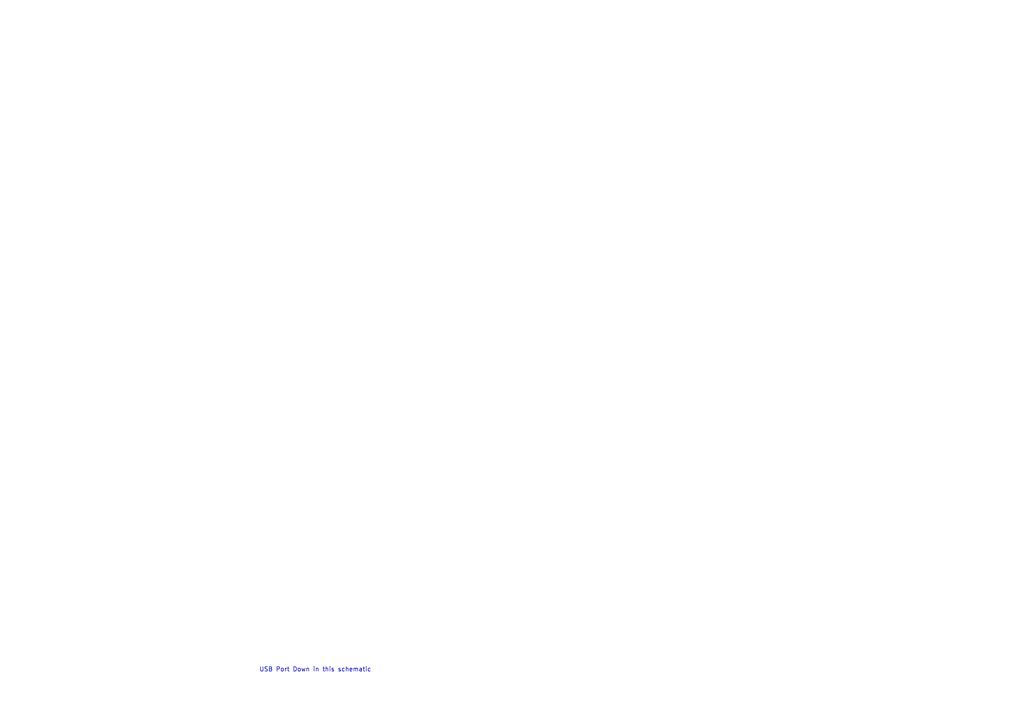
<source format=kicad_sch>
(kicad_sch
	(version 20250114)
	(generator "eeschema")
	(generator_version "9.0")
	(uuid "2073f6a5-cd22-4aa1-ae96-7a817803b4c9")
	(paper "A4")
	(lib_symbols)
	(text "USB Port Down in this schematic\n"
		(exclude_from_sim no)
		(at 91.44 194.31 0)
		(effects
			(font
				(size 1.27 1.27)
			)
		)
		(uuid "657663f4-95d4-4d72-aa75-9fbe7583eadd")
	)
)

</source>
